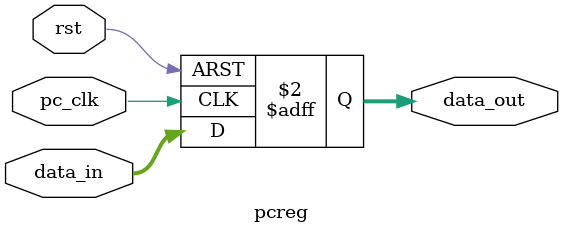
<source format=v>
`timescale 1ns / 1ps
module pcreg(
    input pc_clk,
    input rst,
    input [31:0] data_in,
    output reg[31:0] data_out
    );
	 
	 
	 always @ (posedge pc_clk or posedge rst)
	 if(rst)
		begin
			data_out<=0;
		end
	 
	 else
			begin
					begin
						data_out<=data_in;
					end
			end	

endmodule	

</source>
